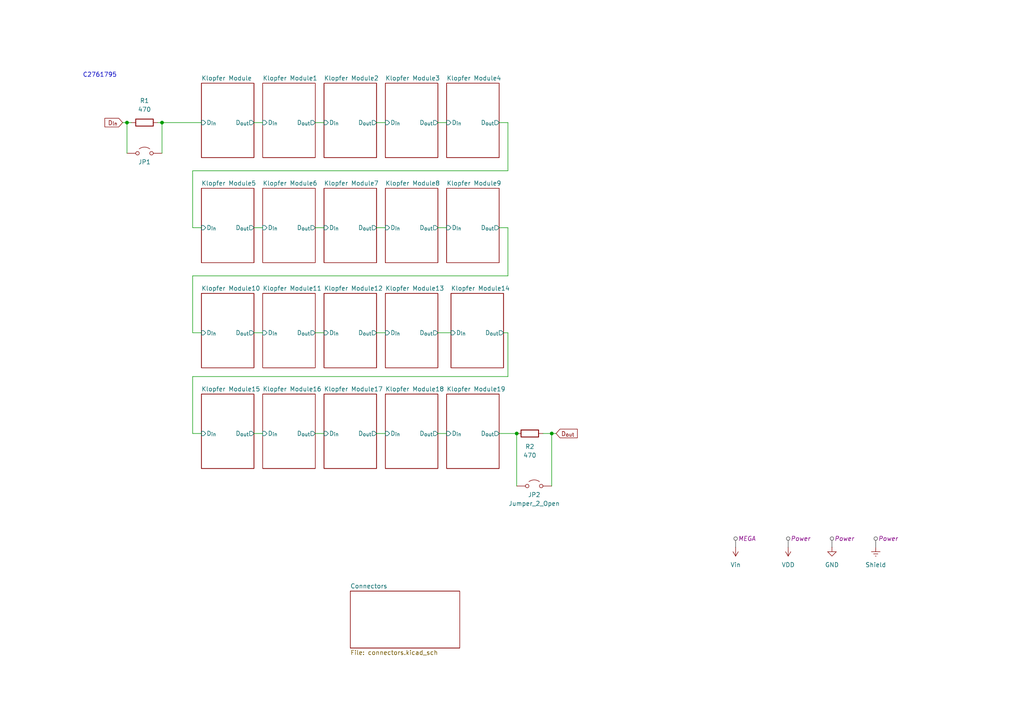
<source format=kicad_sch>
(kicad_sch (version 20250114) (generator "eeschema") (generator_version "9.0")
  (paper "A4")
  (lib_symbols
    (symbol "Device:R" (pin_numbers (hide yes)) (pin_names (offset 0))
      (property "Reference" "R" (at 2.032 0 90))
      (property "Value" "R" (at 0 0 90))
      (symbol "R_0_1"
        (rectangle (start -1.016 -2.54) (end 1.016 2.54) (stroke (width 0.254)))
      )
      (symbol "R_1_1"
        (pin passive line (at 0 3.81 270) (length 1.27) (name "~") (number "1"))
        (pin passive line (at 0 -3.81 90) (length 1.27) (name "~") (number "2"))
      )
    )
    (symbol "Jumper:Jumper_2_Open" (pin_numbers (hide yes)) (pin_names (offset 0) (hide yes)) (exclude_from_sim yes)
      (property "Reference" "JP" (at 0 2.794 0))
      (property "Value" "Jumper_2_Open" (at 0 -2.286 0))
      (symbol "Jumper_2_Open_0_0"
        (circle (center -2.032 0) (radius 0.508))
        (circle (center 2.032 0) (radius 0.508))
      )
      (symbol "Jumper_2_Open_0_1"
        (arc (start -1.524 1.27) (mid 0 1.778) (end 1.524 1.27))
      )
      (symbol "Jumper_2_Open_1_1"
        (pin passive line (at -5.08 0 0) (length 2.54) (name "A") (number "1"))
        (pin passive line (at 5.08 0 180) (length 2.54) (name "B") (number "2"))
      )
    )
    (symbol "power:Earth" (power) (pin_names (offset 0))
      (symbol "Earth_0_1"
        (polyline (pts (xy -0.635 -1.905) (xy 0.635 -1.905)))
        (polyline (pts (xy -0.127 -2.54) (xy 0.127 -2.54)))
        (polyline (pts (xy 0 -1.27) (xy 0 0)))
        (polyline (pts (xy 1.27 -1.27) (xy -1.27 -1.27)))
      )
      (symbol "Earth_1_1"
        (pin power_in line (at 0 0 270) (length 0) (hide yes) (name "Earth") (number "1"))
      )
    )
    (symbol "power:GND" (power) (pin_numbers (hide yes)) (pin_names (offset 0) (hide yes))
      (property "Value" "GND" (at 0 -3.81 0))
      (symbol "GND_0_1"
        (polyline (pts (xy 0 0) (xy 0 -1.27) (xy 1.27 -1.27) (xy 0 -2.54) (xy -1.27 -1.27) (xy 0 -1.27)))
      )
      (symbol "GND_1_1"
        (pin power_in line (at 0 0 270) (length 0) (name "~") (number "1"))
      )
    )
    (symbol "power:VDD" (power) (pin_numbers (hide yes)) (pin_names (offset 0) (hide yes))
      (property "Value" "VDD" (at 0 3.556 0))
      (symbol "VDD_0_1"
        (polyline (pts (xy -0.762 1.27) (xy 0 2.54)))
        (polyline (pts (xy 0 2.54) (xy 0.762 1.27)))
        (polyline (pts (xy 0 0) (xy 0 2.54)))
      )
      (symbol "VDD_1_1"
        (pin power_in line (at 0 0 90) (length 0) (name "~") (number "1"))
      )
    )
  )
  (text "C2761795" (at 28.956 21.844 0) (effects (font (size 1.27 1.27))))
  (junction (at 46.99 35.56))
  (junction (at 149.86 125.73))
  (junction (at 36.83 35.56))
  (junction (at 160.02 125.73))
  (wire (pts (xy 109.22 35.56) (xy 111.76 35.56)))
  (wire (pts (xy 35.56 35.56) (xy 36.83 35.56)))
  (wire (pts (xy 45.72 35.56) (xy 46.99 35.56)))
  (wire (pts (xy 55.88 80.01) (xy 147.32 80.01)))
  (wire (pts (xy 91.44 125.73) (xy 93.98 125.73)))
  (wire (pts (xy 160.02 125.73) (xy 157.48 125.73)))
  (wire (pts (xy 144.78 66.04) (xy 147.32 66.04)))
  (wire (pts (xy 55.88 109.22) (xy 147.32 109.22)))
  (wire (pts (xy 160.02 125.73) (xy 160.02 140.97)))
  (wire (pts (xy 36.83 35.56) (xy 38.1 35.56)))
  (wire (pts (xy 109.22 125.73) (xy 111.76 125.73)))
  (wire (pts (xy 46.99 35.56) (xy 46.99 44.45)))
  (wire (pts (xy 73.66 96.52) (xy 76.2 96.52)))
  (wire (pts (xy 36.83 35.56) (xy 36.83 44.45)))
  (wire (pts (xy 144.78 35.56) (xy 147.32 35.56)))
  (wire (pts (xy 73.66 35.56) (xy 76.2 35.56)))
  (wire (pts (xy 147.32 35.56) (xy 147.32 49.53)))
  (wire (pts (xy 161.29 125.73) (xy 160.02 125.73)))
  (wire (pts (xy 109.22 96.52) (xy 111.76 96.52)))
  (wire (pts (xy 127 35.56) (xy 129.54 35.56)))
  (wire (pts (xy 55.88 49.53) (xy 55.88 66.04)))
  (wire (pts (xy 147.32 109.22) (xy 147.32 96.52)))
  (wire (pts (xy 58.42 125.73) (xy 55.88 125.73)))
  (wire (pts (xy 109.22 66.04) (xy 111.76 66.04)))
  (wire (pts (xy 55.88 125.73) (xy 55.88 109.22)))
  (wire (pts (xy 147.32 80.01) (xy 147.32 66.04)))
  (wire (pts (xy 46.99 35.56) (xy 58.42 35.56)))
  (wire (pts (xy 127 66.04) (xy 129.54 66.04)))
  (wire (pts (xy 91.44 96.52) (xy 93.98 96.52)))
  (wire (pts (xy 127 96.52) (xy 130.81 96.52)))
  (wire (pts (xy 73.66 66.04) (xy 76.2 66.04)))
  (wire (pts (xy 147.32 49.53) (xy 55.88 49.53)))
  (wire (pts (xy 149.86 140.97) (xy 149.86 125.73)))
  (wire (pts (xy 55.88 66.04) (xy 58.42 66.04)))
  (wire (pts (xy 91.44 35.56) (xy 93.98 35.56)))
  (wire (pts (xy 146.05 96.52) (xy 147.32 96.52)))
  (wire (pts (xy 127 125.73) (xy 129.54 125.73)))
  (wire (pts (xy 55.88 96.52) (xy 55.88 80.01)))
  (wire (pts (xy 58.42 96.52) (xy 55.88 96.52)))
  (wire (pts (xy 73.66 125.73) (xy 76.2 125.73)))
  (wire (pts (xy 144.78 125.73) (xy 149.86 125.73)))
  (wire (pts (xy 91.44 66.04) (xy 93.98 66.04)))
  (global_label "D_{out}" (shape input) (at 161.29 125.73 0) (property "Intersheetrefs" "${INTERSHEET_REFS}" (effects (hide yes))))
  (global_label "D_{in}" (shape input) (at 35.56 35.56 180) (property "Intersheetrefs" "${INTERSHEET_REFS}" (effects (hide yes))))
  (netclass_flag "" (length 2.54) (shape round) (at 241.3 158.75 0) (property "Netclass" "Power" (at 241.9985 156.21 0) (effects (font (italic yes)) (justify left))))
  (netclass_flag "" (length 2.54) (shape round) (at 228.6 158.75 0) (property "Netclass" "Power" (at 229.2985 156.21 0) (effects (font (italic yes)) (justify left))))
  (netclass_flag "" (length 2.54) (shape round) (at 213.36 158.75 0) (property "Netclass" "MEGA" (at 214.0585 156.21 0) (effects (font (italic yes)) (justify left))))
  (netclass_flag "" (length 2.54) (shape round) (at 254 158.75 0) (property "Netclass" "Power" (at 254.6985 156.21 0) (effects (font (italic yes)) (justify left))))
  (symbol (lib_id "Jumper:Jumper_2_Open") (at 154.94 140.97 0) (unit 1) (exclude_from_sim yes) (in_bom no)
    (property "Reference" "JP2" (at 154.94 143.51 0))
    (property "Value" "Jumper_2_Open" (at 154.94 146.05 0))
    (property "Footprint" "Jumper:SolderJumper-2_P1.3mm_Open_RoundedPad1.0x1.5mm" (effects (hide yes)))
    (property "Description" "Jumper, 2-pole, open" (effects (hide yes)))
  )
  (symbol (lib_id "Device:R") (at 153.67 125.73 90) (unit 1)
    (property "Reference" "R2" (at 153.67 129.54 90))
    (property "Value" "470" (at 153.67 132.08 90))
    (property "Footprint" "Resistor_SMD:R_0603_1608Metric" (effects (hide yes)))
    (property "Description" "Resistor" (effects (hide yes)))
    (property "LCSC" "C23179" (effects (hide yes)))
  )
  (symbol (lib_id "power:Earth") (at 254 158.75 0) (unit 1)
    (property "Reference" "#PWR0110" (effects (hide yes)))
    (property "Value" "Shield" (at 254 163.83 0))
    (property "Description" "Power symbol creates a global label with name \"Earth\"" (effects (hide yes)))
  )
  (symbol (lib_id "Device:R") (at 41.91 35.56 90) (unit 1)
    (property "Reference" "R1" (at 41.91 29.21 90))
    (property "Value" "470" (at 41.91 31.75 90))
    (property "Footprint" "Resistor_SMD:R_0603_1608Metric" (effects (hide yes)))
    (property "Description" "Resistor" (effects (hide yes)))
    (property "LCSC" "C23179" (effects (hide yes)))
  )
  (symbol (lib_id "power:VDD") (at 228.6 158.75 180) (unit 1)
    (property "Reference" "#PWR067" (effects (hide yes)))
    (property "Value" "VDD" (at 228.6 163.83 0))
    (property "Description" "Power symbol creates a global label with name \"VDD\"" (effects (hide yes)))
  )
  (symbol (lib_id "power:GND") (at 241.3 158.75 0) (unit 1)
    (property "Reference" "#PWR068" (effects (hide yes)))
    (property "Value" "GND" (at 241.3 163.83 0))
    (property "Description" "Power symbol creates a global label with name \"GND\" , ground" (effects (hide yes)))
  )
  (symbol (lib_id "Jumper:Jumper_2_Open") (at 41.91 44.45 0) (unit 1) (exclude_from_sim yes) (in_bom no)
    (property "Reference" "JP1" (at 41.91 46.99 0))
    (property "Value" "Jumper_2_Open" (effects (hide yes)))
    (property "Footprint" "Jumper:SolderJumper-2_P1.3mm_Open_RoundedPad1.0x1.5mm" (effects (hide yes)))
    (property "Description" "Jumper, 2-pole, open" (effects (hide yes)))
  )
  (symbol (lib_id "power:VDD") (at 213.36 158.75 180) (unit 1)
    (property "Reference" "#PWR04" (effects (hide yes)))
    (property "Value" "Vin" (at 213.36 163.83 0))
    (property "Description" "Power symbol creates a global label with name \"VDD\"" (effects (hide yes)))
  )
  (sheet (at 130.81 85.09) (size 15.24 21.59) (stroke (width 0.1524))
    (property "Sheetname" "Klopfer Module14" (at 130.81 84.3784 0) (effects (justify left bottom)))
    (property "Sheetfile" "klopfer.kicad_sch" (effects (hide yes)))
    (pin "D_{in}" input (at 130.81 96.52 180))
    (pin "D_{out}" output (at 146.05 96.52 0))
  )
  (sheet (at 111.76 54.61) (size 15.24 21.59) (stroke (width 0.1524))
    (property "Sheetname" "Klopfer Module8" (at 111.76 53.8984 0) (effects (justify left bottom)))
    (property "Sheetfile" "klopfer.kicad_sch" (effects (hide yes)))
    (pin "D_{in}" input (at 111.76 66.04 180))
    (pin "D_{out}" output (at 127 66.04 0))
  )
  (sheet (at 76.2 114.3) (size 15.24 21.59) (stroke (width 0.1524))
    (property "Sheetname" "Klopfer Module16" (at 76.2 113.5884 0) (effects (justify left bottom)))
    (property "Sheetfile" "klopfer.kicad_sch" (effects (hide yes)))
    (pin "D_{in}" input (at 76.2 125.73 180))
    (pin "D_{out}" output (at 91.44 125.73 0))
  )
  (sheet (at 76.2 54.61) (size 15.24 21.59) (stroke (width 0.1524))
    (property "Sheetname" "Klopfer Module6" (at 76.2 53.8984 0) (effects (justify left bottom)))
    (property "Sheetfile" "klopfer.kicad_sch" (effects (hide yes)))
    (pin "D_{in}" input (at 76.2 66.04 180))
    (pin "D_{out}" output (at 91.44 66.04 0))
  )
  (sheet (at 93.98 114.3) (size 15.24 21.59) (stroke (width 0.1524))
    (property "Sheetname" "Klopfer Module17" (at 93.98 113.5884 0) (effects (justify left bottom)))
    (property "Sheetfile" "klopfer.kicad_sch" (effects (hide yes)))
    (pin "D_{in}" input (at 93.98 125.73 180))
    (pin "D_{out}" output (at 109.22 125.73 0))
  )
  (sheet (at 76.2 24.13) (size 15.24 21.59) (stroke (width 0.1524))
    (property "Sheetname" "Klopfer Module1" (at 76.2 23.4184 0) (effects (justify left bottom)))
    (property "Sheetfile" "klopfer.kicad_sch" (effects (hide yes)))
    (pin "D_{in}" input (at 76.2 35.56 180))
    (pin "D_{out}" output (at 91.44 35.56 0))
  )
  (sheet (at 129.54 54.61) (size 15.24 21.59) (stroke (width 0.1524))
    (property "Sheetname" "Klopfer Module9" (at 129.54 53.8984 0) (effects (justify left bottom)))
    (property "Sheetfile" "klopfer.kicad_sch" (effects (hide yes)))
    (pin "D_{in}" input (at 129.54 66.04 180))
    (pin "D_{out}" output (at 144.78 66.04 0))
  )
  (sheet (at 111.76 85.09) (size 15.24 21.59) (stroke (width 0.1524))
    (property "Sheetname" "Klopfer Module13" (at 111.76 84.3784 0) (effects (justify left bottom)))
    (property "Sheetfile" "klopfer.kicad_sch" (effects (hide yes)))
    (pin "D_{in}" input (at 111.76 96.52 180))
    (pin "D_{out}" output (at 127 96.52 0))
  )
  (sheet (at 76.2 85.09) (size 15.24 21.59) (stroke (width 0.1524))
    (property "Sheetname" "Klopfer Module11" (at 76.2 84.3784 0) (effects (justify left bottom)))
    (property "Sheetfile" "klopfer.kicad_sch" (effects (hide yes)))
    (pin "D_{in}" input (at 76.2 96.52 180))
    (pin "D_{out}" output (at 91.44 96.52 0))
  )
  (sheet (at 58.42 24.13) (size 15.24 21.59) (stroke (width 0.1524))
    (property "Sheetname" "Klopfer Module" (at 58.42 23.4184 0) (effects (justify left bottom)))
    (property "Sheetfile" "klopfer.kicad_sch" (effects (hide yes)))
    (pin "D_{in}" input (at 58.42 35.56 180))
    (pin "D_{out}" output (at 73.66 35.56 0))
  )
  (sheet (at 111.76 114.3) (size 15.24 21.59) (stroke (width 0.1524))
    (property "Sheetname" "Klopfer Module18" (at 111.76 113.5884 0) (effects (justify left bottom)))
    (property "Sheetfile" "klopfer.kicad_sch" (effects (hide yes)))
    (pin "D_{in}" input (at 111.76 125.73 180))
    (pin "D_{out}" output (at 127 125.73 0))
  )
  (sheet (at 111.76 24.13) (size 15.24 21.59) (stroke (width 0.1524))
    (property "Sheetname" "Klopfer Module3" (at 111.76 23.4184 0) (effects (justify left bottom)))
    (property "Sheetfile" "klopfer.kicad_sch" (effects (hide yes)))
    (pin "D_{in}" input (at 111.76 35.56 180))
    (pin "D_{out}" output (at 127 35.56 0))
  )
  (sheet (at 101.6 171.45) (size 31.75 16.51) (stroke (width 0.1524))
    (property "Sheetname" "Connectors" (at 101.6 170.7384 0) (effects (justify left bottom)))
    (property "Sheetfile" "connectors.kicad_sch" (at 101.6 188.5446 0) (effects (justify left top)))
  )
  (sheet (at 129.54 114.3) (size 15.24 21.59) (stroke (width 0.1524))
    (property "Sheetname" "Klopfer Module19" (at 129.54 113.5884 0) (effects (justify left bottom)))
    (property "Sheetfile" "klopfer.kicad_sch" (effects (hide yes)))
    (pin "D_{in}" input (at 129.54 125.73 180))
    (pin "D_{out}" output (at 144.78 125.73 0))
  )
  (sheet (at 58.42 54.61) (size 15.24 21.59) (stroke (width 0.1524))
    (property "Sheetname" "Klopfer Module5" (at 58.42 53.8984 0) (effects (justify left bottom)))
    (property "Sheetfile" "klopfer.kicad_sch" (effects (hide yes)))
    (pin "D_{in}" input (at 58.42 66.04 180))
    (pin "D_{out}" output (at 73.66 66.04 0))
  )
  (sheet (at 129.54 24.13) (size 15.24 21.59) (stroke (width 0.1524))
    (property "Sheetname" "Klopfer Module4" (at 129.54 23.4184 0) (effects (justify left bottom)))
    (property "Sheetfile" "klopfer.kicad_sch" (effects (hide yes)))
    (pin "D_{in}" input (at 129.54 35.56 180))
    (pin "D_{out}" output (at 144.78 35.56 0))
  )
  (sheet (at 93.98 85.09) (size 15.24 21.59) (stroke (width 0.1524))
    (property "Sheetname" "Klopfer Module12" (at 93.98 84.3784 0) (effects (justify left bottom)))
    (property "Sheetfile" "klopfer.kicad_sch" (effects (hide yes)))
    (pin "D_{in}" input (at 93.98 96.52 180))
    (pin "D_{out}" output (at 109.22 96.52 0))
  )
  (sheet (at 93.98 24.13) (size 15.24 21.59) (stroke (width 0.1524))
    (property "Sheetname" "Klopfer Module2" (at 93.98 23.4184 0) (effects (justify left bottom)))
    (property "Sheetfile" "klopfer.kicad_sch" (effects (hide yes)))
    (pin "D_{in}" input (at 93.98 35.56 180))
    (pin "D_{out}" output (at 109.22 35.56 0))
  )
  (sheet (at 58.42 114.3) (size 15.24 21.59) (stroke (width 0.1524))
    (property "Sheetname" "Klopfer Module15" (at 58.42 113.5884 0) (effects (justify left bottom)))
    (property "Sheetfile" "klopfer.kicad_sch" (effects (hide yes)))
    (pin "D_{in}" input (at 58.42 125.73 180))
    (pin "D_{out}" output (at 73.66 125.73 0))
  )
  (sheet (at 93.98 54.61) (size 15.24 21.59) (stroke (width 0.1524))
    (property "Sheetname" "Klopfer Module7" (at 93.98 53.8984 0) (effects (justify left bottom)))
    (property "Sheetfile" "klopfer.kicad_sch" (effects (hide yes)))
    (pin "D_{in}" input (at 93.98 66.04 180))
    (pin "D_{out}" output (at 109.22 66.04 0))
  )
  (sheet (at 58.42 85.09) (size 15.24 21.59) (stroke (width 0.1524))
    (property "Sheetname" "Klopfer Module10" (at 58.42 84.3784 0) (effects (justify left bottom)))
    (property "Sheetfile" "klopfer.kicad_sch" (effects (hide yes)))
    (pin "D_{in}" input (at 58.42 96.52 180))
    (pin "D_{out}" output (at 73.66 96.52 0))
  )
)
</source>
